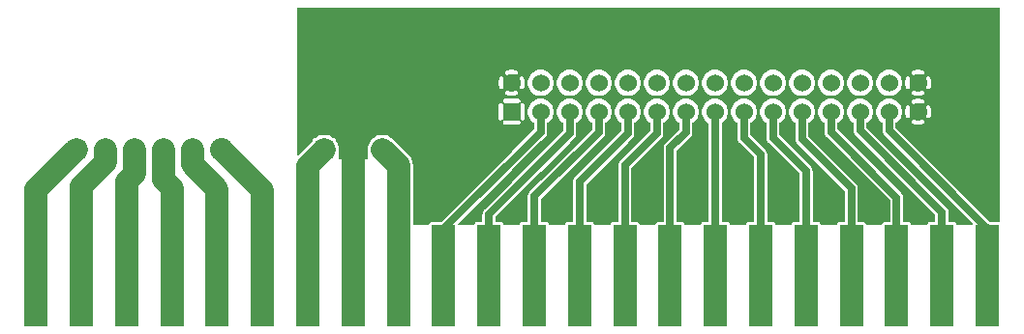
<source format=gbl>
G04 start of page 2 for group 8 layer_idx 1 *
G04 Title: (unknown), bottom_copper *
G04 Creator: pcb-rnd 2.3.0 *
G04 CreationDate: 2021-05-04 01:15:45 UTC *
G04 For:  *
G04 Format: Gerber/RS-274X *
G04 PCB-Dimensions: 600000 500000 *
G04 PCB-Coordinate-Origin: lower left *
%MOIN*%
%FSLAX25Y25*%
%LNBOTTOM_COPPER_NONE_8*%
%ADD24C,0.0380*%
%ADD23C,0.0420*%
%ADD22C,0.0600*%
%ADD21C,0.0700*%
%ADD20C,0.0250*%
%ADD19C,0.0800*%
%ADD18C,0.0001*%
G54D18*G36*
X241500Y206500D02*Y192500D01*
X231500D01*
Y206500D01*
X241500D01*
G37*
G36*
X436950Y173368D02*Y171000D01*
X435239D01*
X435200Y171003D01*
X435043Y170991D01*
X434890Y170954D01*
X434745Y170894D01*
X434610Y170812D01*
X434491Y170709D01*
X434388Y170590D01*
X434306Y170455D01*
X434246Y170310D01*
X434209Y170157D01*
X434197Y170000D01*
X431002D01*
Y179316D01*
X436950Y173368D01*
G37*
G36*
X449893Y170425D02*X449846Y170310D01*
X449809Y170157D01*
X449797Y170000D01*
X444203D01*
X444191Y170157D01*
X444191Y170157D01*
X444154Y170310D01*
X444094Y170455D01*
X444012Y170590D01*
X443909Y170709D01*
X443790Y170812D01*
X443655Y170894D01*
X443510Y170954D01*
X443357Y170991D01*
X443200Y171003D01*
X443161Y171000D01*
X441450D01*
Y174212D01*
X441457Y174300D01*
X441429Y174653D01*
X441346Y174997D01*
X441307Y175093D01*
X441211Y175325D01*
X441096Y175512D01*
X441026Y175627D01*
X441026Y175627D01*
X440796Y175896D01*
X440729Y175953D01*
X431002Y185680D01*
Y189316D01*
X449893Y170425D01*
G37*
G36*
X459000Y245000D02*Y170980D01*
X458957Y170991D01*
X458800Y171003D01*
X458761Y171000D01*
X455682D01*
X434613Y192069D01*
Y206853D01*
X434656Y206860D01*
X434768Y206897D01*
X434873Y206952D01*
X434968Y207022D01*
X435051Y207106D01*
X435119Y207202D01*
X435170Y207308D01*
X435318Y207716D01*
X435422Y208137D01*
X435484Y208567D01*
X435505Y209000D01*
X435484Y209433D01*
X435422Y209863D01*
X435318Y210284D01*
X435175Y210694D01*
X435122Y210800D01*
X435053Y210896D01*
X434970Y210981D01*
X434875Y211051D01*
X434769Y211106D01*
X434657Y211143D01*
X434613Y211151D01*
Y216853D01*
X434656Y216860D01*
X434768Y216897D01*
X434873Y216952D01*
X434968Y217022D01*
X435051Y217106D01*
X435119Y217202D01*
X435170Y217308D01*
X435318Y217716D01*
X435422Y218137D01*
X435484Y218567D01*
X435505Y219000D01*
X435484Y219433D01*
X435422Y219863D01*
X435318Y220284D01*
X435175Y220694D01*
X435122Y220800D01*
X435053Y220896D01*
X434970Y220981D01*
X434875Y221051D01*
X434769Y221106D01*
X434657Y221143D01*
X434613Y221151D01*
Y245000D01*
X459000D01*
G37*
G36*
X434613D02*Y221151D01*
X434540Y221163D01*
X434421Y221164D01*
X434304Y221146D01*
X434191Y221110D01*
X434085Y221057D01*
X433988Y220988D01*
X433904Y220905D01*
X433833Y220809D01*
X433779Y220704D01*
X433741Y220592D01*
X433722Y220475D01*
X433721Y220356D01*
X433739Y220239D01*
X433777Y220126D01*
X433876Y219855D01*
X433944Y219575D01*
X433986Y219289D01*
X434000Y219000D01*
X433986Y218711D01*
X433944Y218425D01*
X433876Y218145D01*
X433780Y217872D01*
X433742Y217761D01*
X433725Y217644D01*
X433725Y217526D01*
X433745Y217409D01*
X433782Y217297D01*
X433836Y217193D01*
X433906Y217098D01*
X433991Y217015D01*
X434087Y216946D01*
X434192Y216893D01*
X434305Y216857D01*
X434421Y216840D01*
X434539Y216841D01*
X434613Y216853D01*
Y211151D01*
X434540Y211163D01*
X434421Y211164D01*
X434304Y211146D01*
X434191Y211110D01*
X434085Y211057D01*
X433988Y210988D01*
X433904Y210905D01*
X433833Y210809D01*
X433779Y210704D01*
X433741Y210592D01*
X433722Y210475D01*
X433721Y210356D01*
X433739Y210239D01*
X433777Y210126D01*
X433876Y209855D01*
X433944Y209575D01*
X433986Y209289D01*
X434000Y209000D01*
X433986Y208711D01*
X433944Y208425D01*
X433876Y208145D01*
X433780Y207872D01*
X433742Y207761D01*
X433725Y207644D01*
X433725Y207526D01*
X433745Y207409D01*
X433782Y207297D01*
X433836Y207193D01*
X433906Y207098D01*
X433991Y207015D01*
X434087Y206946D01*
X434192Y206893D01*
X434305Y206857D01*
X434421Y206840D01*
X434539Y206841D01*
X434613Y206853D01*
Y192069D01*
X431002Y195680D01*
Y204495D01*
X431433Y204516D01*
X431863Y204578D01*
X432284Y204682D01*
X432694Y204825D01*
X432800Y204878D01*
X432896Y204947D01*
X432981Y205030D01*
X433051Y205125D01*
X433106Y205231D01*
X433143Y205343D01*
X433163Y205460D01*
X433164Y205579D01*
X433146Y205696D01*
X433110Y205809D01*
X433057Y205915D01*
X432988Y206012D01*
X432905Y206096D01*
X432809Y206167D01*
X432704Y206221D01*
X432592Y206259D01*
X432475Y206278D01*
X432356Y206279D01*
X432239Y206261D01*
X432126Y206223D01*
X431855Y206124D01*
X431575Y206056D01*
X431289Y206014D01*
X431002Y206000D01*
Y212000D01*
X431289Y211986D01*
X431575Y211944D01*
X431855Y211876D01*
X432128Y211780D01*
X432239Y211742D01*
X432356Y211725D01*
X432474Y211725D01*
X432591Y211745D01*
X432703Y211782D01*
X432807Y211836D01*
X432902Y211906D01*
X432985Y211991D01*
X433054Y212087D01*
X433107Y212192D01*
X433143Y212305D01*
X433160Y212421D01*
X433159Y212539D01*
X433140Y212656D01*
X433103Y212768D01*
X433048Y212873D01*
X432978Y212968D01*
X432894Y213051D01*
X432798Y213119D01*
X432692Y213170D01*
X432284Y213318D01*
X431863Y213422D01*
X431433Y213484D01*
X431002Y213505D01*
Y214495D01*
X431433Y214516D01*
X431863Y214578D01*
X432284Y214682D01*
X432694Y214825D01*
X432800Y214878D01*
X432896Y214947D01*
X432981Y215030D01*
X433051Y215125D01*
X433106Y215231D01*
X433143Y215343D01*
X433163Y215460D01*
X433164Y215579D01*
X433146Y215696D01*
X433110Y215809D01*
X433057Y215915D01*
X432988Y216012D01*
X432905Y216096D01*
X432809Y216167D01*
X432704Y216221D01*
X432592Y216259D01*
X432475Y216278D01*
X432356Y216279D01*
X432239Y216261D01*
X432126Y216223D01*
X431855Y216124D01*
X431575Y216056D01*
X431289Y216014D01*
X431002Y216000D01*
Y222000D01*
X431289Y221986D01*
X431575Y221944D01*
X431855Y221876D01*
X432128Y221780D01*
X432239Y221742D01*
X432356Y221725D01*
X432474Y221725D01*
X432591Y221745D01*
X432703Y221782D01*
X432807Y221836D01*
X432902Y221906D01*
X432985Y221991D01*
X433054Y222087D01*
X433107Y222192D01*
X433143Y222305D01*
X433160Y222421D01*
X433159Y222539D01*
X433140Y222656D01*
X433103Y222768D01*
X433048Y222873D01*
X432978Y222968D01*
X432894Y223051D01*
X432798Y223119D01*
X432692Y223170D01*
X432284Y223318D01*
X431863Y223422D01*
X431433Y223484D01*
X431002Y223505D01*
Y245000D01*
X434613D01*
G37*
G36*
X431002Y179316D02*Y170000D01*
X428603D01*
X428591Y170157D01*
X428591Y170157D01*
X428554Y170310D01*
X428494Y170455D01*
X428412Y170590D01*
X428309Y170709D01*
X428190Y170812D01*
X428055Y170894D01*
X427910Y170954D01*
X427757Y170991D01*
X427600Y171003D01*
X427561Y171000D01*
X427387D01*
Y182931D01*
X431002Y179316D01*
G37*
G36*
Y189316D02*Y185680D01*
X427387Y189295D01*
Y192931D01*
X431002Y189316D01*
G37*
G36*
Y245000D02*Y223505D01*
X431000Y223505D01*
X430567Y223484D01*
X430137Y223422D01*
X429716Y223318D01*
X429306Y223175D01*
X429200Y223122D01*
X429104Y223053D01*
X429019Y222970D01*
X428949Y222875D01*
X428894Y222769D01*
X428857Y222657D01*
X428837Y222540D01*
X428836Y222421D01*
X428854Y222304D01*
X428890Y222191D01*
X428943Y222085D01*
X429012Y221988D01*
X429095Y221904D01*
X429191Y221833D01*
X429296Y221779D01*
X429408Y221741D01*
X429525Y221722D01*
X429644Y221721D01*
X429761Y221739D01*
X429874Y221777D01*
X430145Y221876D01*
X430425Y221944D01*
X430711Y221986D01*
X431000Y222000D01*
X431002Y222000D01*
Y216000D01*
X431000Y216000D01*
X430711Y216014D01*
X430425Y216056D01*
X430145Y216124D01*
X429872Y216220D01*
X429761Y216258D01*
X429644Y216275D01*
X429526Y216275D01*
X429409Y216255D01*
X429297Y216218D01*
X429193Y216164D01*
X429098Y216094D01*
X429015Y216009D01*
X428946Y215913D01*
X428893Y215808D01*
X428857Y215695D01*
X428840Y215579D01*
X428841Y215461D01*
X428860Y215344D01*
X428897Y215232D01*
X428952Y215127D01*
X429022Y215032D01*
X429106Y214949D01*
X429202Y214881D01*
X429308Y214830D01*
X429716Y214682D01*
X430137Y214578D01*
X430567Y214516D01*
X431000Y214495D01*
X431002Y214495D01*
Y213505D01*
X431000Y213505D01*
X430567Y213484D01*
X430137Y213422D01*
X429716Y213318D01*
X429306Y213175D01*
X429200Y213122D01*
X429104Y213053D01*
X429019Y212970D01*
X428949Y212875D01*
X428894Y212769D01*
X428857Y212657D01*
X428837Y212540D01*
X428836Y212421D01*
X428854Y212304D01*
X428890Y212191D01*
X428943Y212085D01*
X429012Y211988D01*
X429095Y211904D01*
X429191Y211833D01*
X429296Y211779D01*
X429408Y211741D01*
X429525Y211722D01*
X429644Y211721D01*
X429761Y211739D01*
X429874Y211777D01*
X430145Y211876D01*
X430425Y211944D01*
X430711Y211986D01*
X431000Y212000D01*
X431002Y212000D01*
Y206000D01*
X431000Y206000D01*
X430711Y206014D01*
X430425Y206056D01*
X430145Y206124D01*
X429872Y206220D01*
X429761Y206258D01*
X429644Y206275D01*
X429526Y206275D01*
X429409Y206255D01*
X429297Y206218D01*
X429193Y206164D01*
X429098Y206094D01*
X429015Y206009D01*
X428946Y205913D01*
X428893Y205808D01*
X428857Y205695D01*
X428840Y205579D01*
X428841Y205461D01*
X428860Y205344D01*
X428897Y205232D01*
X428952Y205127D01*
X429022Y205032D01*
X429106Y204949D01*
X429202Y204881D01*
X429308Y204830D01*
X429716Y204682D01*
X430137Y204578D01*
X430567Y204516D01*
X431000Y204495D01*
X431002Y204495D01*
Y195680D01*
X427387Y199295D01*
Y206849D01*
X427460Y206837D01*
X427579Y206836D01*
X427696Y206854D01*
X427809Y206890D01*
X427915Y206943D01*
X428012Y207012D01*
X428096Y207095D01*
X428167Y207191D01*
X428221Y207296D01*
X428259Y207408D01*
X428278Y207525D01*
X428279Y207644D01*
X428261Y207761D01*
X428223Y207874D01*
X428124Y208145D01*
X428056Y208425D01*
X428014Y208711D01*
X428000Y209000D01*
X428014Y209289D01*
X428056Y209575D01*
X428124Y209855D01*
X428220Y210128D01*
X428258Y210239D01*
X428275Y210356D01*
X428275Y210474D01*
X428255Y210591D01*
X428218Y210703D01*
X428164Y210807D01*
X428094Y210902D01*
X428009Y210985D01*
X427913Y211054D01*
X427808Y211107D01*
X427695Y211143D01*
X427579Y211160D01*
X427461Y211159D01*
X427387Y211147D01*
Y216849D01*
X427460Y216837D01*
X427579Y216836D01*
X427696Y216854D01*
X427809Y216890D01*
X427915Y216943D01*
X428012Y217012D01*
X428096Y217095D01*
X428167Y217191D01*
X428221Y217296D01*
X428259Y217408D01*
X428278Y217525D01*
X428279Y217644D01*
X428261Y217761D01*
X428223Y217874D01*
X428124Y218145D01*
X428056Y218425D01*
X428014Y218711D01*
X428000Y219000D01*
X428014Y219289D01*
X428056Y219575D01*
X428124Y219855D01*
X428220Y220128D01*
X428258Y220239D01*
X428275Y220356D01*
X428275Y220474D01*
X428255Y220591D01*
X428218Y220703D01*
X428164Y220807D01*
X428094Y220902D01*
X428009Y220985D01*
X427913Y221054D01*
X427808Y221107D01*
X427695Y221143D01*
X427579Y221160D01*
X427461Y221159D01*
X427387Y221147D01*
Y245000D01*
X431002D01*
G37*
G36*
X374550Y193268D02*Y171000D01*
X372839D01*
X372800Y171003D01*
X372643Y170991D01*
X372490Y170954D01*
X372345Y170894D01*
X372210Y170812D01*
X372091Y170709D01*
X371988Y170590D01*
X371906Y170455D01*
X371846Y170310D01*
X371809Y170157D01*
X371797Y170000D01*
X370993D01*
Y196825D01*
X374550Y193268D01*
G37*
G36*
X390150Y187668D02*Y171000D01*
X388439D01*
X388400Y171003D01*
X388243Y170991D01*
X388090Y170954D01*
X387945Y170894D01*
X387810Y170812D01*
X387691Y170709D01*
X387588Y170590D01*
X387506Y170455D01*
X387446Y170310D01*
X387409Y170157D01*
X387397Y170000D01*
X381803D01*
X381791Y170157D01*
X381791Y170157D01*
X381754Y170310D01*
X381694Y170455D01*
X381612Y170590D01*
X381509Y170709D01*
X381390Y170812D01*
X381255Y170894D01*
X381110Y170954D01*
X380993Y170982D01*
Y196825D01*
X390150Y187668D01*
G37*
G36*
X405750Y181568D02*Y171000D01*
X404039D01*
X404000Y171003D01*
X403843Y170991D01*
X403690Y170954D01*
X403545Y170894D01*
X403410Y170812D01*
X403291Y170709D01*
X403188Y170590D01*
X403106Y170455D01*
X403046Y170310D01*
X403009Y170157D01*
X402997Y170000D01*
X397403D01*
X397391Y170157D01*
X397391Y170157D01*
X397354Y170310D01*
X397294Y170455D01*
X397212Y170590D01*
X397109Y170709D01*
X396990Y170812D01*
X396855Y170894D01*
X396710Y170954D01*
X396557Y170991D01*
X396400Y171003D01*
X396361Y171000D01*
X394650D01*
Y188512D01*
X394657Y188600D01*
X394629Y188953D01*
X394629Y188953D01*
X394546Y189297D01*
X394411Y189625D01*
X394226Y189927D01*
X393996Y190196D01*
X393929Y190253D01*
X390993Y193189D01*
Y196325D01*
X405750Y181568D01*
G37*
G36*
X427387Y182931D02*Y171000D01*
X425850D01*
Y179312D01*
X425857Y179400D01*
X425829Y179753D01*
X425746Y180097D01*
X425707Y180193D01*
X425611Y180425D01*
X425496Y180612D01*
X425426Y180727D01*
X425426Y180727D01*
X425196Y180996D01*
X425129Y181053D01*
X410993Y195189D01*
Y199325D01*
X427387Y182931D01*
G37*
G36*
Y192931D02*Y189295D01*
X420993Y195689D01*
Y199325D01*
X427387Y192931D01*
G37*
G36*
Y245000D02*Y221147D01*
X427344Y221140D01*
X427232Y221103D01*
X427127Y221048D01*
X427032Y220978D01*
X426949Y220894D01*
X426881Y220798D01*
X426830Y220692D01*
X426682Y220284D01*
X426578Y219863D01*
X426516Y219433D01*
X426495Y219000D01*
X426516Y218567D01*
X426578Y218137D01*
X426682Y217716D01*
X426825Y217306D01*
X426878Y217200D01*
X426947Y217104D01*
X427030Y217019D01*
X427125Y216949D01*
X427231Y216894D01*
X427343Y216857D01*
X427387Y216849D01*
Y211147D01*
X427344Y211140D01*
X427232Y211103D01*
X427127Y211048D01*
X427032Y210978D01*
X426949Y210894D01*
X426881Y210798D01*
X426830Y210692D01*
X426682Y210284D01*
X426578Y209863D01*
X426516Y209433D01*
X426495Y209000D01*
X426516Y208567D01*
X426578Y208137D01*
X426682Y207716D01*
X426825Y207306D01*
X426878Y207200D01*
X426947Y207104D01*
X427030Y207019D01*
X427125Y206949D01*
X427231Y206894D01*
X427343Y206857D01*
X427387Y206849D01*
Y199295D01*
X423250Y203432D01*
Y205101D01*
X423653Y205348D01*
X424192Y205808D01*
X424652Y206347D01*
X425022Y206951D01*
X425293Y207605D01*
X425458Y208294D01*
X425500Y209000D01*
X425458Y209706D01*
X425293Y210395D01*
X425022Y211049D01*
X424652Y211653D01*
X424192Y212192D01*
X423653Y212652D01*
X423049Y213022D01*
X422395Y213293D01*
X421706Y213458D01*
X421000Y213514D01*
X420993Y213513D01*
Y214487D01*
X421000Y214486D01*
X421706Y214542D01*
X422395Y214707D01*
X423049Y214978D01*
X423653Y215348D01*
X424192Y215808D01*
X424652Y216347D01*
X425022Y216951D01*
X425293Y217605D01*
X425458Y218294D01*
X425500Y219000D01*
X425458Y219706D01*
X425293Y220395D01*
X425022Y221049D01*
X424652Y221653D01*
X424192Y222192D01*
X423653Y222652D01*
X423049Y223022D01*
X422395Y223293D01*
X421706Y223458D01*
X421000Y223514D01*
X420993Y223513D01*
Y245000D01*
X427387D01*
G37*
G36*
X420993D02*Y223513D01*
X420294Y223458D01*
X419605Y223293D01*
X418951Y223022D01*
X418347Y222652D01*
X417808Y222192D01*
X417348Y221653D01*
X416978Y221049D01*
X416707Y220395D01*
X416542Y219706D01*
X416486Y219000D01*
X416542Y218294D01*
X416707Y217605D01*
X416978Y216951D01*
X417348Y216347D01*
X417808Y215808D01*
X418347Y215348D01*
X418951Y214978D01*
X419605Y214707D01*
X420294Y214542D01*
X420993Y214487D01*
Y213513D01*
X420294Y213458D01*
X419605Y213293D01*
X418951Y213022D01*
X418347Y212652D01*
X417808Y212192D01*
X417348Y211653D01*
X416978Y211049D01*
X416707Y210395D01*
X416542Y209706D01*
X416486Y209000D01*
X416542Y208294D01*
X416707Y207605D01*
X416978Y206951D01*
X417348Y206347D01*
X417808Y205808D01*
X418347Y205348D01*
X418750Y205101D01*
Y202588D01*
X418743Y202500D01*
X418771Y202147D01*
X418854Y201803D01*
X418989Y201475D01*
X419174Y201173D01*
X419174Y201173D01*
X419404Y200904D01*
X419471Y200847D01*
X420993Y199325D01*
Y195689D01*
X413250Y203432D01*
Y205101D01*
X413653Y205348D01*
X414192Y205808D01*
X414652Y206347D01*
X415022Y206951D01*
X415293Y207605D01*
X415458Y208294D01*
X415500Y209000D01*
X415458Y209706D01*
X415293Y210395D01*
X415022Y211049D01*
X414652Y211653D01*
X414192Y212192D01*
X413653Y212652D01*
X413049Y213022D01*
X412395Y213293D01*
X411706Y213458D01*
X411000Y213514D01*
X410993Y213513D01*
Y214487D01*
X411000Y214486D01*
X411706Y214542D01*
X412395Y214707D01*
X413049Y214978D01*
X413653Y215348D01*
X414192Y215808D01*
X414652Y216347D01*
X415022Y216951D01*
X415293Y217605D01*
X415458Y218294D01*
X415500Y219000D01*
X415458Y219706D01*
X415293Y220395D01*
X415022Y221049D01*
X414652Y221653D01*
X414192Y222192D01*
X413653Y222652D01*
X413049Y223022D01*
X412395Y223293D01*
X411706Y223458D01*
X411000Y223514D01*
X410993Y223513D01*
Y245000D01*
X420993D01*
G37*
G36*
X410993D02*Y223513D01*
X410294Y223458D01*
X409605Y223293D01*
X408951Y223022D01*
X408347Y222652D01*
X407808Y222192D01*
X407348Y221653D01*
X406978Y221049D01*
X406707Y220395D01*
X406542Y219706D01*
X406486Y219000D01*
X406542Y218294D01*
X406707Y217605D01*
X406978Y216951D01*
X407348Y216347D01*
X407808Y215808D01*
X408347Y215348D01*
X408951Y214978D01*
X409605Y214707D01*
X410294Y214542D01*
X410993Y214487D01*
Y213513D01*
X410294Y213458D01*
X409605Y213293D01*
X408951Y213022D01*
X408347Y212652D01*
X407808Y212192D01*
X407348Y211653D01*
X406978Y211049D01*
X406707Y210395D01*
X406542Y209706D01*
X406486Y209000D01*
X406542Y208294D01*
X406707Y207605D01*
X406978Y206951D01*
X407348Y206347D01*
X407808Y205808D01*
X408347Y205348D01*
X408750Y205101D01*
Y202588D01*
X408743Y202500D01*
X408771Y202147D01*
X408854Y201803D01*
X408989Y201475D01*
X409174Y201173D01*
X409174Y201173D01*
X409404Y200904D01*
X409471Y200847D01*
X410993Y199325D01*
Y195189D01*
X403250Y202932D01*
Y205101D01*
X403653Y205348D01*
X404192Y205808D01*
X404652Y206347D01*
X405022Y206951D01*
X405293Y207605D01*
X405458Y208294D01*
X405500Y209000D01*
X405458Y209706D01*
X405293Y210395D01*
X405022Y211049D01*
X404652Y211653D01*
X404192Y212192D01*
X403653Y212652D01*
X403049Y213022D01*
X402395Y213293D01*
X401706Y213458D01*
X401000Y213514D01*
X400993Y213513D01*
Y214487D01*
X401000Y214486D01*
X401706Y214542D01*
X402395Y214707D01*
X403049Y214978D01*
X403653Y215348D01*
X404192Y215808D01*
X404652Y216347D01*
X405022Y216951D01*
X405293Y217605D01*
X405458Y218294D01*
X405500Y219000D01*
X405458Y219706D01*
X405293Y220395D01*
X405022Y221049D01*
X404652Y221653D01*
X404192Y222192D01*
X403653Y222652D01*
X403049Y223022D01*
X402395Y223293D01*
X401706Y223458D01*
X401000Y223514D01*
X400993Y223513D01*
Y245000D01*
X410993D01*
G37*
G36*
X421350Y178468D02*Y171000D01*
X419639D01*
X419600Y171003D01*
X419443Y170991D01*
X419290Y170954D01*
X419145Y170894D01*
X419010Y170812D01*
X418891Y170709D01*
X418788Y170590D01*
X418706Y170455D01*
X418646Y170310D01*
X418609Y170157D01*
X418597Y170000D01*
X413003D01*
X412991Y170157D01*
X412991Y170157D01*
X412954Y170310D01*
X412894Y170455D01*
X412812Y170590D01*
X412709Y170709D01*
X412590Y170812D01*
X412455Y170894D01*
X412310Y170954D01*
X412157Y170991D01*
X412000Y171003D01*
X411961Y171000D01*
X410250D01*
Y182412D01*
X410257Y182500D01*
X410229Y182853D01*
X410146Y183197D01*
X410107Y183293D01*
X410011Y183525D01*
X409896Y183712D01*
X409826Y183827D01*
X409826Y183827D01*
X409596Y184096D01*
X409529Y184153D01*
X400993Y192689D01*
Y198825D01*
X421350Y178468D01*
G37*
G36*
X398771Y201647D02*X398854Y201303D01*
X398989Y200975D01*
X399059Y200861D01*
X399174Y200673D01*
X399174Y200673D01*
X399404Y200404D01*
X399471Y200347D01*
X400993Y198825D01*
Y192689D01*
X393250Y200432D01*
Y205101D01*
X393653Y205348D01*
X394192Y205808D01*
X394652Y206347D01*
X395022Y206951D01*
X395293Y207605D01*
X395458Y208294D01*
X395500Y209000D01*
X395458Y209706D01*
X395293Y210395D01*
X395022Y211049D01*
X394652Y211653D01*
X394192Y212192D01*
X393653Y212652D01*
X393049Y213022D01*
X392395Y213293D01*
X391706Y213458D01*
X391000Y213514D01*
X390993Y213513D01*
Y214487D01*
X391000Y214486D01*
X391706Y214542D01*
X392395Y214707D01*
X393049Y214978D01*
X393653Y215348D01*
X394192Y215808D01*
X394652Y216347D01*
X395022Y216951D01*
X395293Y217605D01*
X395458Y218294D01*
X395500Y219000D01*
X395458Y219706D01*
X395293Y220395D01*
X395022Y221049D01*
X394652Y221653D01*
X394192Y222192D01*
X393653Y222652D01*
X393049Y223022D01*
X392395Y223293D01*
X391706Y223458D01*
X391000Y223514D01*
X390993Y223513D01*
Y245000D01*
X400993D01*
Y223513D01*
X400294Y223458D01*
X399605Y223293D01*
X398951Y223022D01*
X398347Y222652D01*
X397808Y222192D01*
X397348Y221653D01*
X396978Y221049D01*
X396707Y220395D01*
X396542Y219706D01*
X396486Y219000D01*
X396542Y218294D01*
X396707Y217605D01*
X396978Y216951D01*
X397348Y216347D01*
X397808Y215808D01*
X398347Y215348D01*
X398951Y214978D01*
X399605Y214707D01*
X400294Y214542D01*
X400993Y214487D01*
Y213513D01*
X400294Y213458D01*
X399605Y213293D01*
X398951Y213022D01*
X398347Y212652D01*
X397808Y212192D01*
X397348Y211653D01*
X396978Y211049D01*
X396707Y210395D01*
X396542Y209706D01*
X396486Y209000D01*
X396542Y208294D01*
X396707Y207605D01*
X396978Y206951D01*
X397348Y206347D01*
X397808Y205808D01*
X398347Y205348D01*
X398750Y205101D01*
Y202088D01*
X398743Y202000D01*
X398771Y201647D01*
Y201647D01*
G37*
G36*
X390294Y213458D02*X389605Y213293D01*
X388951Y213022D01*
X388347Y212652D01*
X387808Y212192D01*
X387348Y211653D01*
X386978Y211049D01*
X386707Y210395D01*
X386542Y209706D01*
X386486Y209000D01*
X386542Y208294D01*
X386707Y207605D01*
X386978Y206951D01*
X387348Y206347D01*
X387808Y205808D01*
X388347Y205348D01*
X388750Y205101D01*
Y199588D01*
X388743Y199500D01*
X388771Y199147D01*
Y199147D01*
X388854Y198803D01*
X388989Y198475D01*
X389059Y198361D01*
X389174Y198173D01*
X389174Y198173D01*
X389404Y197904D01*
X389471Y197847D01*
X390993Y196325D01*
Y193189D01*
X383250Y200932D01*
Y205101D01*
X383653Y205348D01*
X384192Y205808D01*
X384652Y206347D01*
X385022Y206951D01*
X385293Y207605D01*
X385458Y208294D01*
X385500Y209000D01*
X385458Y209706D01*
X385293Y210395D01*
X385022Y211049D01*
X384652Y211653D01*
X384192Y212192D01*
X383653Y212652D01*
X383049Y213022D01*
X382395Y213293D01*
X381706Y213458D01*
X381000Y213514D01*
X380993Y213513D01*
Y214487D01*
X381000Y214486D01*
X381706Y214542D01*
X382395Y214707D01*
X383049Y214978D01*
X383653Y215348D01*
X384192Y215808D01*
X384652Y216347D01*
X385022Y216951D01*
X385293Y217605D01*
X385458Y218294D01*
X385500Y219000D01*
X385458Y219706D01*
X385293Y220395D01*
X385022Y221049D01*
X384652Y221653D01*
X384192Y222192D01*
X383653Y222652D01*
X383049Y223022D01*
X382395Y223293D01*
X381706Y223458D01*
X381000Y223514D01*
X380993Y223513D01*
Y245000D01*
X390993D01*
Y223513D01*
X390294Y223458D01*
X389605Y223293D01*
X388951Y223022D01*
X388347Y222652D01*
X387808Y222192D01*
X387348Y221653D01*
X386978Y221049D01*
X386707Y220395D01*
X386542Y219706D01*
X386486Y219000D01*
X386542Y218294D01*
X386707Y217605D01*
X386978Y216951D01*
X387348Y216347D01*
X387808Y215808D01*
X388347Y215348D01*
X388951Y214978D01*
X389605Y214707D01*
X390294Y214542D01*
X390993Y214487D01*
Y213513D01*
X390294Y213458D01*
G37*
G36*
X380294D02*X379605Y213293D01*
X378951Y213022D01*
X378347Y212652D01*
X377808Y212192D01*
X377348Y211653D01*
X376978Y211049D01*
X376707Y210395D01*
X376542Y209706D01*
X376486Y209000D01*
X376542Y208294D01*
X376707Y207605D01*
X376978Y206951D01*
X377348Y206347D01*
X377808Y205808D01*
X378347Y205348D01*
X378750Y205101D01*
Y200088D01*
X378743Y200000D01*
X378771Y199647D01*
X378854Y199303D01*
X378989Y198975D01*
X379174Y198673D01*
X379174Y198673D01*
X379404Y198404D01*
X379471Y198347D01*
X380993Y196825D01*
Y170982D01*
X380957Y170991D01*
X380800Y171003D01*
X380761Y171000D01*
X379050D01*
Y194112D01*
X379057Y194200D01*
X379029Y194553D01*
X379029Y194553D01*
X378946Y194897D01*
X378811Y195225D01*
X378626Y195527D01*
X378396Y195796D01*
X378329Y195853D01*
X373250Y200932D01*
Y205101D01*
X373653Y205348D01*
X374192Y205808D01*
X374652Y206347D01*
X375022Y206951D01*
X375293Y207605D01*
X375458Y208294D01*
X375500Y209000D01*
X375458Y209706D01*
X375293Y210395D01*
X375022Y211049D01*
X374652Y211653D01*
X374192Y212192D01*
X373653Y212652D01*
X373049Y213022D01*
X372395Y213293D01*
X371706Y213458D01*
X371000Y213514D01*
X370993Y213513D01*
Y214487D01*
X371000Y214486D01*
X371706Y214542D01*
X372395Y214707D01*
X373049Y214978D01*
X373653Y215348D01*
X374192Y215808D01*
X374652Y216347D01*
X375022Y216951D01*
X375293Y217605D01*
X375458Y218294D01*
X375500Y219000D01*
X375458Y219706D01*
X375293Y220395D01*
X375022Y221049D01*
X374652Y221653D01*
X374192Y222192D01*
X373653Y222652D01*
X373049Y223022D01*
X372395Y223293D01*
X371706Y223458D01*
X371000Y223514D01*
X370993Y223513D01*
Y245000D01*
X380993D01*
Y223513D01*
X380294Y223458D01*
X379605Y223293D01*
X378951Y223022D01*
X378347Y222652D01*
X377808Y222192D01*
X377348Y221653D01*
X376978Y221049D01*
X376707Y220395D01*
X376542Y219706D01*
X376486Y219000D01*
X376542Y218294D01*
X376707Y217605D01*
X376978Y216951D01*
X377348Y216347D01*
X377808Y215808D01*
X378347Y215348D01*
X378951Y214978D01*
X379605Y214707D01*
X380294Y214542D01*
X380993Y214487D01*
Y213513D01*
X380294Y213458D01*
G37*
G36*
X370294D02*X369605Y213293D01*
X368951Y213022D01*
X368347Y212652D01*
X367808Y212192D01*
X367348Y211653D01*
X366978Y211049D01*
X366707Y210395D01*
X366542Y209706D01*
X366486Y209000D01*
X366542Y208294D01*
X366707Y207605D01*
X366978Y206951D01*
X367348Y206347D01*
X367808Y205808D01*
X368347Y205348D01*
X368750Y205101D01*
Y200088D01*
X368743Y200000D01*
X368771Y199647D01*
X368854Y199303D01*
X368989Y198975D01*
X369174Y198673D01*
X369174Y198673D01*
X369404Y198404D01*
X369471Y198347D01*
X370993Y196825D01*
Y170000D01*
X366203D01*
X366191Y170157D01*
X366191Y170157D01*
X366154Y170310D01*
X366094Y170455D01*
X366012Y170590D01*
X365909Y170709D01*
X365790Y170812D01*
X365655Y170894D01*
X365510Y170954D01*
X365357Y170991D01*
X365200Y171003D01*
X365161Y171000D01*
X363450D01*
Y205224D01*
X363653Y205348D01*
X364192Y205808D01*
X364652Y206347D01*
X365022Y206951D01*
X365293Y207605D01*
X365458Y208294D01*
X365500Y209000D01*
X365458Y209706D01*
X365293Y210395D01*
X365022Y211049D01*
X364652Y211653D01*
X364192Y212192D01*
X363653Y212652D01*
X363049Y213022D01*
X362395Y213293D01*
X361706Y213458D01*
X361000Y213514D01*
X360993Y213513D01*
Y214487D01*
X361000Y214486D01*
X361706Y214542D01*
X362395Y214707D01*
X363049Y214978D01*
X363653Y215348D01*
X364192Y215808D01*
X364652Y216347D01*
X365022Y216951D01*
X365293Y217605D01*
X365458Y218294D01*
X365500Y219000D01*
X365458Y219706D01*
X365293Y220395D01*
X365022Y221049D01*
X364652Y221653D01*
X364192Y222192D01*
X363653Y222652D01*
X363049Y223022D01*
X362395Y223293D01*
X361706Y223458D01*
X361000Y223514D01*
X360993Y223513D01*
Y245000D01*
X370993D01*
Y223513D01*
X370294Y223458D01*
X369605Y223293D01*
X368951Y223022D01*
X368347Y222652D01*
X367808Y222192D01*
X367348Y221653D01*
X366978Y221049D01*
X366707Y220395D01*
X366542Y219706D01*
X366486Y219000D01*
X366542Y218294D01*
X366707Y217605D01*
X366978Y216951D01*
X367348Y216347D01*
X367808Y215808D01*
X368347Y215348D01*
X368951Y214978D01*
X369605Y214707D01*
X370294Y214542D01*
X370993Y214487D01*
Y213513D01*
X370294Y213458D01*
G37*
G36*
X360294D02*X359605Y213293D01*
X358951Y213022D01*
X358347Y212652D01*
X357808Y212192D01*
X357348Y211653D01*
X356978Y211049D01*
X356707Y210395D01*
X356542Y209706D01*
X356486Y209000D01*
X356542Y208294D01*
X356707Y207605D01*
X356978Y206951D01*
X357348Y206347D01*
X357808Y205808D01*
X358347Y205348D01*
X358950Y204979D01*
Y171000D01*
X357239D01*
X357200Y171003D01*
X357043Y170991D01*
X356890Y170954D01*
X356745Y170894D01*
X356610Y170812D01*
X356491Y170709D01*
X356388Y170590D01*
X356306Y170455D01*
X356246Y170310D01*
X356209Y170157D01*
X356197Y170000D01*
X350993D01*
Y198811D01*
X352529Y200347D01*
X352596Y200404D01*
X352826Y200673D01*
X352826Y200673D01*
X353011Y200975D01*
X353146Y201303D01*
X353229Y201647D01*
X353257Y202000D01*
X353250Y202088D01*
Y205101D01*
X353653Y205348D01*
X354192Y205808D01*
X354652Y206347D01*
X355022Y206951D01*
X355293Y207605D01*
X355458Y208294D01*
X355500Y209000D01*
X355458Y209706D01*
X355293Y210395D01*
X355022Y211049D01*
X354652Y211653D01*
X354192Y212192D01*
X353653Y212652D01*
X353049Y213022D01*
X352395Y213293D01*
X351706Y213458D01*
X351000Y213514D01*
X350993Y213513D01*
Y214487D01*
X351000Y214486D01*
X351706Y214542D01*
X352395Y214707D01*
X353049Y214978D01*
X353653Y215348D01*
X354192Y215808D01*
X354652Y216347D01*
X355022Y216951D01*
X355293Y217605D01*
X355458Y218294D01*
X355500Y219000D01*
X355458Y219706D01*
X355293Y220395D01*
X355022Y221049D01*
X354652Y221653D01*
X354192Y222192D01*
X353653Y222652D01*
X353049Y223022D01*
X352395Y223293D01*
X351706Y223458D01*
X351000Y223514D01*
X350993Y223513D01*
Y245000D01*
X360993D01*
Y223513D01*
X360294Y223458D01*
X359605Y223293D01*
X358951Y223022D01*
X358347Y222652D01*
X357808Y222192D01*
X357348Y221653D01*
X356978Y221049D01*
X356707Y220395D01*
X356542Y219706D01*
X356486Y219000D01*
X356542Y218294D01*
X356707Y217605D01*
X356978Y216951D01*
X357348Y216347D01*
X357808Y215808D01*
X358347Y215348D01*
X358951Y214978D01*
X359605Y214707D01*
X360294Y214542D01*
X360993Y214487D01*
Y213513D01*
X360294Y213458D01*
G37*
G36*
X350294D02*X349605Y213293D01*
X348951Y213022D01*
X348347Y212652D01*
X347808Y212192D01*
X347348Y211653D01*
X346978Y211049D01*
X346707Y210395D01*
X346542Y209706D01*
X346486Y209000D01*
X346542Y208294D01*
X346707Y207605D01*
X346978Y206951D01*
X347348Y206347D01*
X347808Y205808D01*
X348347Y205348D01*
X348750Y205101D01*
Y202932D01*
X344071Y198253D01*
X344004Y198196D01*
X343774Y197927D01*
X343589Y197625D01*
X343454Y197297D01*
X343371Y196953D01*
X343371Y196953D01*
X343343Y196600D01*
X343350Y196512D01*
Y171000D01*
X341639D01*
X341600Y171003D01*
X341443Y170991D01*
X341290Y170954D01*
X341145Y170894D01*
X341010Y170812D01*
X340993Y170797D01*
Y198311D01*
X342529Y199847D01*
X342596Y199904D01*
X342826Y200173D01*
X342826Y200173D01*
X343011Y200475D01*
X343146Y200803D01*
X343229Y201147D01*
X343257Y201500D01*
X343250Y201588D01*
Y205101D01*
X343653Y205348D01*
X344192Y205808D01*
X344652Y206347D01*
X345022Y206951D01*
X345293Y207605D01*
X345458Y208294D01*
X345500Y209000D01*
X345458Y209706D01*
X345293Y210395D01*
X345022Y211049D01*
X344652Y211653D01*
X344192Y212192D01*
X343653Y212652D01*
X343049Y213022D01*
X342395Y213293D01*
X341706Y213458D01*
X341000Y213514D01*
X340993Y213513D01*
Y214487D01*
X341000Y214486D01*
X341706Y214542D01*
X342395Y214707D01*
X343049Y214978D01*
X343653Y215348D01*
X344192Y215808D01*
X344652Y216347D01*
X345022Y216951D01*
X345293Y217605D01*
X345458Y218294D01*
X345500Y219000D01*
X345458Y219706D01*
X345293Y220395D01*
X345022Y221049D01*
X344652Y221653D01*
X344192Y222192D01*
X343653Y222652D01*
X343049Y223022D01*
X342395Y223293D01*
X341706Y223458D01*
X341000Y223514D01*
X340993Y223513D01*
Y245000D01*
X350993D01*
Y223513D01*
X350294Y223458D01*
X349605Y223293D01*
X348951Y223022D01*
X348347Y222652D01*
X347808Y222192D01*
X347348Y221653D01*
X346978Y221049D01*
X346707Y220395D01*
X346542Y219706D01*
X346486Y219000D01*
X346542Y218294D01*
X346707Y217605D01*
X346978Y216951D01*
X347348Y216347D01*
X347808Y215808D01*
X348347Y215348D01*
X348951Y214978D01*
X349605Y214707D01*
X350294Y214542D01*
X350993Y214487D01*
Y213513D01*
X350294Y213458D01*
G37*
G36*
X350603Y170000D02*X350591Y170157D01*
X350591Y170157D01*
X350554Y170310D01*
X350494Y170455D01*
X350412Y170590D01*
X350309Y170709D01*
X350190Y170812D01*
X350055Y170894D01*
X349910Y170954D01*
X349757Y170991D01*
X349600Y171003D01*
X349561Y171000D01*
X347850D01*
Y195668D01*
X350993Y198811D01*
Y170000D01*
X350603D01*
G37*
G36*
X340294Y213458D02*X339605Y213293D01*
X338951Y213022D01*
X338347Y212652D01*
X337808Y212192D01*
X337348Y211653D01*
X336978Y211049D01*
X336707Y210395D01*
X336542Y209706D01*
X336486Y209000D01*
X336542Y208294D01*
X336707Y207605D01*
X336978Y206951D01*
X337348Y206347D01*
X337808Y205808D01*
X338347Y205348D01*
X338750Y205101D01*
Y202432D01*
X330993Y194675D01*
Y198311D01*
X332529Y199847D01*
X332596Y199904D01*
X332826Y200173D01*
X332826Y200173D01*
X333011Y200475D01*
X333146Y200803D01*
X333229Y201147D01*
X333257Y201500D01*
X333250Y201588D01*
Y205101D01*
X333653Y205348D01*
X334192Y205808D01*
X334652Y206347D01*
X335022Y206951D01*
X335293Y207605D01*
X335458Y208294D01*
X335500Y209000D01*
X335458Y209706D01*
X335293Y210395D01*
X335022Y211049D01*
X334652Y211653D01*
X334192Y212192D01*
X333653Y212652D01*
X333049Y213022D01*
X332395Y213293D01*
X331706Y213458D01*
X331000Y213514D01*
X330993Y213513D01*
Y214487D01*
X331000Y214486D01*
X331706Y214542D01*
X332395Y214707D01*
X333049Y214978D01*
X333653Y215348D01*
X334192Y215808D01*
X334652Y216347D01*
X335022Y216951D01*
X335293Y217605D01*
X335458Y218294D01*
X335500Y219000D01*
X335458Y219706D01*
X335293Y220395D01*
X335022Y221049D01*
X334652Y221653D01*
X334192Y222192D01*
X333653Y222652D01*
X333049Y223022D01*
X332395Y223293D01*
X331706Y223458D01*
X331000Y223514D01*
X330993Y223513D01*
Y245000D01*
X340993D01*
Y223513D01*
X340294Y223458D01*
X339605Y223293D01*
X338951Y223022D01*
X338347Y222652D01*
X337808Y222192D01*
X337348Y221653D01*
X336978Y221049D01*
X336707Y220395D01*
X336542Y219706D01*
X336486Y219000D01*
X336542Y218294D01*
X336707Y217605D01*
X336978Y216951D01*
X337348Y216347D01*
X337808Y215808D01*
X338347Y215348D01*
X338951Y214978D01*
X339605Y214707D01*
X340294Y214542D01*
X340993Y214487D01*
Y213513D01*
X340294Y213458D01*
G37*
G36*
X340891Y170709D02*X340788Y170590D01*
X340706Y170455D01*
X340646Y170310D01*
X340609Y170157D01*
X340597Y170000D01*
X335003D01*
X334991Y170157D01*
X334991Y170157D01*
X334954Y170310D01*
X334894Y170455D01*
X334812Y170590D01*
X334709Y170709D01*
X334590Y170812D01*
X334455Y170894D01*
X334310Y170954D01*
X334157Y170991D01*
X334000Y171003D01*
X333961Y171000D01*
X332250D01*
Y189568D01*
X340993Y198311D01*
Y170797D01*
X340891Y170709D01*
G37*
G36*
X330294Y213458D02*X329605Y213293D01*
X328951Y213022D01*
X328347Y212652D01*
X327808Y212192D01*
X327348Y211653D01*
X326978Y211049D01*
X326707Y210395D01*
X326542Y209706D01*
X326486Y209000D01*
X326542Y208294D01*
X326707Y207605D01*
X326978Y206951D01*
X327348Y206347D01*
X327808Y205808D01*
X328347Y205348D01*
X328750Y205101D01*
Y202432D01*
X320993Y194675D01*
Y198811D01*
X322529Y200347D01*
X322596Y200404D01*
X322826Y200673D01*
X322826Y200673D01*
X323011Y200975D01*
X323146Y201303D01*
X323229Y201647D01*
X323257Y202000D01*
X323250Y202088D01*
Y205101D01*
X323653Y205348D01*
X324192Y205808D01*
X324652Y206347D01*
X325022Y206951D01*
X325293Y207605D01*
X325458Y208294D01*
X325500Y209000D01*
X325458Y209706D01*
X325293Y210395D01*
X325022Y211049D01*
X324652Y211653D01*
X324192Y212192D01*
X323653Y212652D01*
X323049Y213022D01*
X322395Y213293D01*
X321706Y213458D01*
X321000Y213514D01*
X320993Y213513D01*
Y214487D01*
X321000Y214486D01*
X321706Y214542D01*
X322395Y214707D01*
X323049Y214978D01*
X323653Y215348D01*
X324192Y215808D01*
X324652Y216347D01*
X325022Y216951D01*
X325293Y217605D01*
X325458Y218294D01*
X325500Y219000D01*
X325458Y219706D01*
X325293Y220395D01*
X325022Y221049D01*
X324652Y221653D01*
X324192Y222192D01*
X323653Y222652D01*
X323049Y223022D01*
X322395Y223293D01*
X321706Y223458D01*
X321000Y223514D01*
X320993Y223513D01*
Y245000D01*
X330993D01*
Y223513D01*
X330294Y223458D01*
X329605Y223293D01*
X328951Y223022D01*
X328347Y222652D01*
X327808Y222192D01*
X327348Y221653D01*
X326978Y221049D01*
X326707Y220395D01*
X326542Y219706D01*
X326486Y219000D01*
X326542Y218294D01*
X326707Y217605D01*
X326978Y216951D01*
X327348Y216347D01*
X327808Y215808D01*
X328347Y215348D01*
X328951Y214978D01*
X329605Y214707D01*
X330294Y214542D01*
X330993Y214487D01*
Y213513D01*
X330294Y213458D01*
G37*
G36*
X328471Y192153D02*X328404Y192096D01*
X328174Y191827D01*
X327989Y191525D01*
X327854Y191197D01*
X327771Y190853D01*
X327771Y190853D01*
X327743Y190500D01*
X327750Y190412D01*
Y171000D01*
X326039D01*
X326000Y171003D01*
X325843Y170991D01*
X325690Y170954D01*
X325545Y170894D01*
X325410Y170812D01*
X325291Y170709D01*
X325188Y170590D01*
X325106Y170455D01*
X325046Y170310D01*
X325009Y170157D01*
X324997Y170000D01*
X320993D01*
Y188311D01*
X330993Y198311D01*
Y194675D01*
X328471Y192153D01*
G37*
G36*
X320294Y213458D02*X319605Y213293D01*
X318951Y213022D01*
X318347Y212652D01*
X317808Y212192D01*
X317348Y211653D01*
X316978Y211049D01*
X316707Y210395D01*
X316542Y209706D01*
X316486Y209000D01*
X316542Y208294D01*
X316707Y207605D01*
X316978Y206951D01*
X317348Y206347D01*
X317808Y205808D01*
X318347Y205348D01*
X318750Y205101D01*
Y202932D01*
X310993Y195175D01*
Y198311D01*
X312529Y199847D01*
X312596Y199904D01*
X312826Y200173D01*
X312826Y200173D01*
X313011Y200475D01*
X313146Y200803D01*
X313229Y201147D01*
X313257Y201500D01*
X313250Y201588D01*
Y205101D01*
X313653Y205348D01*
X314192Y205808D01*
X314652Y206347D01*
X315022Y206951D01*
X315293Y207605D01*
X315458Y208294D01*
X315500Y209000D01*
X315458Y209706D01*
X315293Y210395D01*
X315022Y211049D01*
X314652Y211653D01*
X314192Y212192D01*
X313653Y212652D01*
X313049Y213022D01*
X312395Y213293D01*
X311706Y213458D01*
X311000Y213514D01*
X310993Y213513D01*
Y214487D01*
X311000Y214486D01*
X311706Y214542D01*
X312395Y214707D01*
X313049Y214978D01*
X313653Y215348D01*
X314192Y215808D01*
X314652Y216347D01*
X315022Y216951D01*
X315293Y217605D01*
X315458Y218294D01*
X315500Y219000D01*
X315458Y219706D01*
X315293Y220395D01*
X315022Y221049D01*
X314652Y221653D01*
X314192Y222192D01*
X313653Y222652D01*
X313049Y223022D01*
X312395Y223293D01*
X311706Y223458D01*
X311000Y223514D01*
X310993Y223513D01*
Y245000D01*
X320993D01*
Y223513D01*
X320294Y223458D01*
X319605Y223293D01*
X318951Y223022D01*
X318347Y222652D01*
X317808Y222192D01*
X317348Y221653D01*
X316978Y221049D01*
X316707Y220395D01*
X316542Y219706D01*
X316486Y219000D01*
X316542Y218294D01*
X316707Y217605D01*
X316978Y216951D01*
X317348Y216347D01*
X317808Y215808D01*
X318347Y215348D01*
X318951Y214978D01*
X319605Y214707D01*
X320294Y214542D01*
X320993Y214487D01*
Y213513D01*
X320294Y213458D01*
G37*
G36*
X312871Y186553D02*X312804Y186496D01*
X312574Y186227D01*
X312389Y185925D01*
X312254Y185597D01*
X312171Y185253D01*
X312171Y185253D01*
X312143Y184900D01*
X312150Y184812D01*
Y171000D01*
X310993D01*
Y188811D01*
X320993Y198811D01*
Y194675D01*
X312871Y186553D01*
G37*
G36*
X319403Y170000D02*X319391Y170157D01*
X319391Y170157D01*
X319354Y170310D01*
X319294Y170455D01*
X319212Y170590D01*
X319109Y170709D01*
X318990Y170812D01*
X318855Y170894D01*
X318710Y170954D01*
X318557Y170991D01*
X318400Y171003D01*
X318361Y171000D01*
X316650D01*
Y183968D01*
X320993Y188311D01*
Y170000D01*
X319403D01*
G37*
G36*
X310294Y213458D02*X309605Y213293D01*
X308951Y213022D01*
X308347Y212652D01*
X307808Y212192D01*
X307348Y211653D01*
X306978Y211049D01*
X306707Y210395D01*
X306542Y209706D01*
X306486Y209000D01*
X306542Y208294D01*
X306707Y207605D01*
X306978Y206951D01*
X307348Y206347D01*
X307808Y205808D01*
X308347Y205348D01*
X308750Y205101D01*
Y202432D01*
X300993Y194675D01*
Y198811D01*
X302529Y200347D01*
X302596Y200404D01*
X302826Y200673D01*
X302826Y200673D01*
X303011Y200975D01*
X303146Y201303D01*
X303229Y201647D01*
X303257Y202000D01*
X303250Y202088D01*
Y205101D01*
X303653Y205348D01*
X304192Y205808D01*
X304652Y206347D01*
X305022Y206951D01*
X305293Y207605D01*
X305458Y208294D01*
X305500Y209000D01*
X305458Y209706D01*
X305293Y210395D01*
X305022Y211049D01*
X304652Y211653D01*
X304192Y212192D01*
X303653Y212652D01*
X303049Y213022D01*
X302395Y213293D01*
X301706Y213458D01*
X301000Y213514D01*
X300993Y213513D01*
Y214487D01*
X301000Y214486D01*
X301706Y214542D01*
X302395Y214707D01*
X303049Y214978D01*
X303653Y215348D01*
X304192Y215808D01*
X304652Y216347D01*
X305022Y216951D01*
X305293Y217605D01*
X305458Y218294D01*
X305500Y219000D01*
X305458Y219706D01*
X305293Y220395D01*
X305022Y221049D01*
X304652Y221653D01*
X304192Y222192D01*
X303653Y222652D01*
X303049Y223022D01*
X302395Y223293D01*
X301706Y223458D01*
X301000Y223514D01*
X300993Y223513D01*
Y245000D01*
X310993D01*
Y223513D01*
X310294Y223458D01*
X309605Y223293D01*
X308951Y223022D01*
X308347Y222652D01*
X307808Y222192D01*
X307348Y221653D01*
X306978Y221049D01*
X306707Y220395D01*
X306542Y219706D01*
X306486Y219000D01*
X306542Y218294D01*
X306707Y217605D01*
X306978Y216951D01*
X307348Y216347D01*
X307808Y215808D01*
X308347Y215348D01*
X308951Y214978D01*
X309605Y214707D01*
X310294Y214542D01*
X310993Y214487D01*
Y213513D01*
X310294Y213458D01*
G37*
G36*
X300993Y185175D02*Y188311D01*
X310993Y198311D01*
Y195175D01*
X300993Y185175D01*
G37*
G36*
X310439Y171000D02*X310400Y171003D01*
X310243Y170991D01*
X310090Y170954D01*
X309945Y170894D01*
X309810Y170812D01*
X309691Y170709D01*
X309588Y170590D01*
X309506Y170455D01*
X309446Y170310D01*
X309409Y170157D01*
X309397Y170000D01*
X303803D01*
X303791Y170157D01*
X303791Y170157D01*
X303754Y170310D01*
X303694Y170455D01*
X303612Y170590D01*
X303509Y170709D01*
X303390Y170812D01*
X303255Y170894D01*
X303110Y170954D01*
X302957Y170991D01*
X302800Y171003D01*
X302761Y171000D01*
X301050D01*
Y178868D01*
X310993Y188811D01*
Y171000D01*
X310439D01*
G37*
G36*
X300294Y213458D02*X299605Y213293D01*
X298951Y213022D01*
X298347Y212652D01*
X297808Y212192D01*
X297348Y211653D01*
X296978Y211049D01*
X296707Y210395D01*
X296542Y209706D01*
X296486Y209000D01*
X296542Y208294D01*
X296707Y207605D01*
X296978Y206951D01*
X297348Y206347D01*
X297808Y205808D01*
X298347Y205348D01*
X298750Y205101D01*
Y202932D01*
X294613Y198795D01*
Y206012D01*
X294632Y206007D01*
X294750Y205998D01*
X294868Y206007D01*
X294982Y206035D01*
X295092Y206080D01*
X295192Y206141D01*
X295282Y206218D01*
X295359Y206308D01*
X295420Y206408D01*
X295465Y206518D01*
X295493Y206632D01*
X295500Y206750D01*
Y211250D01*
X295493Y211368D01*
X295465Y211482D01*
X295420Y211592D01*
X295359Y211692D01*
X295282Y211782D01*
X295192Y211859D01*
X295092Y211920D01*
X294982Y211966D01*
X294868Y211993D01*
X294750Y212002D01*
X294632Y211993D01*
X294613Y211988D01*
Y216853D01*
X294656Y216860D01*
X294768Y216897D01*
X294873Y216952D01*
X294968Y217022D01*
X295051Y217106D01*
X295119Y217202D01*
X295170Y217308D01*
X295318Y217716D01*
X295422Y218137D01*
X295484Y218567D01*
X295505Y219000D01*
X295484Y219433D01*
X295422Y219863D01*
X295318Y220284D01*
X295175Y220694D01*
X295122Y220800D01*
X295053Y220896D01*
X294970Y220981D01*
X294875Y221051D01*
X294769Y221106D01*
X294657Y221143D01*
X294613Y221151D01*
Y245000D01*
X300993D01*
Y223513D01*
X300294Y223458D01*
X299605Y223293D01*
X298951Y223022D01*
X298347Y222652D01*
X297808Y222192D01*
X297348Y221653D01*
X296978Y221049D01*
X296707Y220395D01*
X296542Y219706D01*
X296486Y219000D01*
X296542Y218294D01*
X296707Y217605D01*
X296978Y216951D01*
X297348Y216347D01*
X297808Y215808D01*
X298347Y215348D01*
X298951Y214978D01*
X299605Y214707D01*
X300294Y214542D01*
X300993Y214487D01*
Y213513D01*
X300294Y213458D01*
G37*
G36*
X294613Y188295D02*Y192431D01*
X300993Y198811D01*
Y194675D01*
X294613Y188295D01*
G37*
G36*
X297271Y181453D02*X297204Y181396D01*
X296974Y181127D01*
X296789Y180825D01*
X296654Y180497D01*
X296571Y180153D01*
X296571Y180153D01*
X296543Y179800D01*
X296550Y179712D01*
Y171000D01*
X294839D01*
X294800Y171003D01*
X294643Y170991D01*
X294613Y170984D01*
Y181931D01*
X300993Y188311D01*
Y185175D01*
X297271Y181453D01*
G37*
G36*
X294518Y211966D02*X294408Y211920D01*
X294308Y211859D01*
X294218Y211782D01*
X294141Y211692D01*
X294080Y211592D01*
X294034Y211482D01*
X294007Y211368D01*
X294000Y211250D01*
Y212000D01*
X293250D01*
X293368Y212007D01*
X293482Y212035D01*
X293592Y212080D01*
X293692Y212141D01*
X293782Y212218D01*
X293859Y212308D01*
X293920Y212408D01*
X293965Y212518D01*
X293993Y212632D01*
X294002Y212750D01*
X293993Y212868D01*
X293965Y212982D01*
X293920Y213092D01*
X293859Y213192D01*
X293782Y213282D01*
X293692Y213359D01*
X293592Y213420D01*
X293482Y213465D01*
X293368Y213493D01*
X293250Y213500D01*
X291000D01*
Y214495D01*
X291433Y214516D01*
X291863Y214578D01*
X292284Y214682D01*
X292694Y214825D01*
X292800Y214878D01*
X292896Y214947D01*
X292981Y215030D01*
X293051Y215125D01*
X293106Y215231D01*
X293143Y215343D01*
X293163Y215460D01*
X293164Y215579D01*
X293146Y215696D01*
X293110Y215809D01*
X293057Y215915D01*
X292988Y216012D01*
X292905Y216096D01*
X292809Y216167D01*
X292704Y216221D01*
X292592Y216259D01*
X292475Y216278D01*
X292356Y216279D01*
X292239Y216261D01*
X292126Y216223D01*
X291855Y216124D01*
X291575Y216056D01*
X291289Y216014D01*
X291000Y216000D01*
Y222000D01*
X291289Y221986D01*
X291575Y221944D01*
X291855Y221876D01*
X292128Y221780D01*
X292239Y221742D01*
X292356Y221725D01*
X292474Y221725D01*
X292591Y221745D01*
X292703Y221782D01*
X292807Y221836D01*
X292902Y221906D01*
X292985Y221991D01*
X293054Y222087D01*
X293107Y222192D01*
X293143Y222305D01*
X293160Y222421D01*
X293159Y222539D01*
X293140Y222656D01*
X293103Y222768D01*
X293048Y222873D01*
X292978Y222968D01*
X292894Y223051D01*
X292798Y223119D01*
X292692Y223170D01*
X292284Y223318D01*
X291863Y223422D01*
X291433Y223484D01*
X291000Y223505D01*
Y245000D01*
X294613D01*
Y221151D01*
X294540Y221163D01*
X294421Y221164D01*
X294304Y221146D01*
X294191Y221110D01*
X294085Y221057D01*
X293988Y220988D01*
X293904Y220905D01*
X293833Y220809D01*
X293779Y220704D01*
X293741Y220592D01*
X293722Y220475D01*
X293721Y220356D01*
X293739Y220239D01*
X293777Y220126D01*
X293876Y219855D01*
X293944Y219575D01*
X293986Y219289D01*
X294000Y219000D01*
X293986Y218711D01*
X293944Y218425D01*
X293876Y218145D01*
X293780Y217872D01*
X293742Y217761D01*
X293725Y217644D01*
X293725Y217526D01*
X293745Y217409D01*
X293782Y217297D01*
X293836Y217193D01*
X293906Y217098D01*
X293991Y217015D01*
X294087Y216946D01*
X294192Y216893D01*
X294305Y216857D01*
X294421Y216840D01*
X294539Y216841D01*
X294613Y216853D01*
Y211988D01*
X294518Y211966D01*
G37*
G36*
X291000Y195182D02*Y204500D01*
X293250D01*
X293368Y204507D01*
X293482Y204535D01*
X293592Y204580D01*
X293692Y204641D01*
X293782Y204718D01*
X293859Y204808D01*
X293920Y204908D01*
X293966Y205018D01*
X293993Y205132D01*
X294002Y205250D01*
X293993Y205368D01*
X293966Y205482D01*
X293920Y205592D01*
X293859Y205692D01*
X293782Y205782D01*
X293692Y205859D01*
X293592Y205920D01*
X293482Y205966D01*
X293368Y205993D01*
X293250Y206000D01*
X294000D01*
Y206750D01*
X294007Y206632D01*
X294035Y206518D01*
X294080Y206408D01*
X294141Y206308D01*
X294218Y206218D01*
X294308Y206141D01*
X294408Y206080D01*
X294518Y206035D01*
X294613Y206012D01*
Y198795D01*
X291000Y195182D01*
G37*
G36*
Y184682D02*Y188818D01*
X294613Y192431D01*
Y188295D01*
X291000Y184682D01*
G37*
G36*
X294490Y170954D02*X294345Y170894D01*
X294210Y170812D01*
X294091Y170709D01*
X293988Y170590D01*
X293906Y170455D01*
X293846Y170310D01*
X293809Y170157D01*
X293797Y170000D01*
X291000D01*
Y178318D01*
X294613Y181931D01*
Y170984D01*
X294490Y170954D01*
G37*
G36*
X291000Y245000D02*Y223505D01*
X290567Y223484D01*
X290137Y223422D01*
X289716Y223318D01*
X289306Y223175D01*
X289200Y223122D01*
X289104Y223053D01*
X289019Y222970D01*
X288949Y222875D01*
X288894Y222769D01*
X288857Y222657D01*
X288837Y222540D01*
X288836Y222421D01*
X288854Y222304D01*
X288890Y222191D01*
X288943Y222085D01*
X289012Y221988D01*
X289095Y221904D01*
X289191Y221833D01*
X289296Y221779D01*
X289408Y221741D01*
X289525Y221722D01*
X289644Y221721D01*
X289761Y221739D01*
X289874Y221777D01*
X290145Y221876D01*
X290425Y221944D01*
X290711Y221986D01*
X291000Y222000D01*
Y216000D01*
X290711Y216014D01*
X290425Y216056D01*
X290145Y216124D01*
X289872Y216220D01*
X289761Y216258D01*
X289644Y216275D01*
X289526Y216275D01*
X289409Y216255D01*
X289297Y216218D01*
X289193Y216164D01*
X289098Y216094D01*
X289015Y216009D01*
X288946Y215913D01*
X288893Y215808D01*
X288857Y215695D01*
X288840Y215579D01*
X288841Y215461D01*
X288860Y215344D01*
X288897Y215232D01*
X288952Y215127D01*
X289022Y215032D01*
X289106Y214949D01*
X289202Y214881D01*
X289308Y214830D01*
X289716Y214682D01*
X290137Y214578D01*
X290567Y214516D01*
X291000Y214495D01*
Y213500D01*
X288750D01*
X288632Y213493D01*
X288518Y213465D01*
X288408Y213420D01*
X288308Y213359D01*
X288218Y213282D01*
X288141Y213192D01*
X288080Y213092D01*
X288034Y212982D01*
X288007Y212868D01*
X287998Y212750D01*
X288007Y212632D01*
X288034Y212518D01*
X288080Y212408D01*
X288141Y212308D01*
X288218Y212218D01*
X288308Y212141D01*
X288408Y212080D01*
X288518Y212034D01*
X288632Y212007D01*
X288750Y212000D01*
X288000D01*
Y211250D01*
X287993Y211368D01*
X287965Y211482D01*
X287920Y211592D01*
X287859Y211692D01*
X287782Y211782D01*
X287692Y211859D01*
X287592Y211920D01*
X287482Y211965D01*
X287387Y211988D01*
Y216849D01*
X287460Y216837D01*
X287579Y216836D01*
X287696Y216854D01*
X287809Y216890D01*
X287915Y216943D01*
X288012Y217012D01*
X288096Y217095D01*
X288167Y217191D01*
X288221Y217296D01*
X288259Y217408D01*
X288278Y217525D01*
X288279Y217644D01*
X288261Y217761D01*
X288223Y217874D01*
X288124Y218145D01*
X288056Y218425D01*
X288014Y218711D01*
X288000Y219000D01*
X288014Y219289D01*
X288056Y219575D01*
X288124Y219855D01*
X288220Y220128D01*
X288258Y220239D01*
X288275Y220356D01*
X288275Y220474D01*
X288255Y220591D01*
X288218Y220703D01*
X288164Y220807D01*
X288094Y220902D01*
X288009Y220985D01*
X287913Y221054D01*
X287808Y221107D01*
X287695Y221143D01*
X287579Y221160D01*
X287461Y221159D01*
X287387Y221147D01*
Y245000D01*
X291000D01*
G37*
G36*
X287387Y191569D02*Y206012D01*
X287482Y206034D01*
X287592Y206080D01*
X287692Y206141D01*
X287782Y206218D01*
X287859Y206308D01*
X287920Y206408D01*
X287966Y206518D01*
X287993Y206632D01*
X288000Y206750D01*
Y206000D01*
X288750D01*
X288632Y205993D01*
X288518Y205965D01*
X288408Y205920D01*
X288308Y205859D01*
X288218Y205782D01*
X288141Y205692D01*
X288080Y205592D01*
X288035Y205482D01*
X288007Y205368D01*
X287998Y205250D01*
X288007Y205132D01*
X288035Y205018D01*
X288080Y204908D01*
X288141Y204808D01*
X288218Y204718D01*
X288308Y204641D01*
X288408Y204580D01*
X288518Y204535D01*
X288632Y204507D01*
X288750Y204500D01*
X291000D01*
Y195182D01*
X287387Y191569D01*
G37*
G36*
X266818Y171000D02*X263639D01*
X263600Y171003D01*
X263443Y170991D01*
X263290Y170954D01*
X263145Y170894D01*
X263010Y170812D01*
X262891Y170709D01*
X262788Y170590D01*
X262706Y170455D01*
X262646Y170310D01*
X262609Y170157D01*
X262597Y170000D01*
X257003D01*
X257000Y170039D01*
Y190304D01*
X257015Y190500D01*
X256954Y191285D01*
X256770Y192050D01*
X256469Y192777D01*
X256313Y193032D01*
X256058Y193448D01*
X255546Y194046D01*
X255397Y194174D01*
X250036Y199536D01*
X249448Y200058D01*
X248777Y200469D01*
X248050Y200770D01*
X247285Y200954D01*
X246500Y201015D01*
X245715Y200954D01*
X244950Y200770D01*
X244223Y200469D01*
X243552Y200058D01*
X242954Y199546D01*
X242442Y198948D01*
X242031Y198277D01*
X241730Y197550D01*
X241546Y196785D01*
X241500Y196196D01*
X241454Y196785D01*
X241270Y197550D01*
X240969Y198277D01*
X240558Y198948D01*
X240046Y199546D01*
X239448Y200058D01*
X238777Y200469D01*
X238050Y200770D01*
X237285Y200954D01*
X236500Y201015D01*
X235715Y200954D01*
X234950Y200770D01*
X234223Y200469D01*
X233552Y200058D01*
X233128Y199681D01*
X232854Y199446D01*
X232342Y198848D01*
X231931Y198177D01*
X231630Y197450D01*
X231458Y196732D01*
X231454Y196785D01*
X231270Y197550D01*
X230969Y198277D01*
X230558Y198948D01*
X230502Y199013D01*
X230491Y199157D01*
X230491Y199157D01*
X230454Y199310D01*
X230394Y199455D01*
X230312Y199590D01*
X230209Y199709D01*
X230090Y199812D01*
X229955Y199894D01*
X229810Y199954D01*
X229657Y199991D01*
X229513Y200002D01*
X229448Y200058D01*
X228777Y200469D01*
X228050Y200770D01*
X227285Y200954D01*
X226500Y201015D01*
X225715Y200954D01*
X224950Y200770D01*
X224223Y200469D01*
X223552Y200058D01*
X223490Y200002D01*
X223343Y199991D01*
X223343Y199991D01*
X223190Y199954D01*
X223045Y199894D01*
X222910Y199812D01*
X222791Y199709D01*
X222688Y199590D01*
X222606Y199455D01*
X222546Y199310D01*
X222509Y199157D01*
X222503Y199074D01*
X217403Y193974D01*
X217254Y193846D01*
X217000Y193550D01*
Y245000D01*
X287387D01*
Y221147D01*
X287344Y221140D01*
X287232Y221103D01*
X287127Y221048D01*
X287032Y220978D01*
X286949Y220894D01*
X286881Y220798D01*
X286830Y220692D01*
X286682Y220284D01*
X286578Y219863D01*
X286516Y219433D01*
X286495Y219000D01*
X286516Y218567D01*
X286578Y218137D01*
X286682Y217716D01*
X286825Y217306D01*
X286878Y217200D01*
X286947Y217104D01*
X287030Y217019D01*
X287125Y216949D01*
X287231Y216894D01*
X287343Y216857D01*
X287387Y216849D01*
Y211988D01*
X287368Y211993D01*
X287250Y212002D01*
X287132Y211993D01*
X287018Y211965D01*
X286908Y211920D01*
X286808Y211859D01*
X286718Y211782D01*
X286641Y211692D01*
X286580Y211592D01*
X286535Y211482D01*
X286507Y211368D01*
X286500Y211250D01*
Y206750D01*
X286507Y206632D01*
X286535Y206518D01*
X286580Y206408D01*
X286641Y206308D01*
X286718Y206218D01*
X286808Y206141D01*
X286908Y206080D01*
X287018Y206034D01*
X287132Y206007D01*
X287250Y205998D01*
X287368Y206007D01*
X287387Y206012D01*
Y191569D01*
X266818Y171000D01*
G37*
G36*
X281671Y175353D02*X281604Y175296D01*
X281374Y175027D01*
X281189Y174725D01*
X281054Y174397D01*
X280971Y174053D01*
X280971Y174053D01*
X280943Y173700D01*
X280950Y173612D01*
Y171000D01*
X279239D01*
X279200Y171003D01*
X279043Y170991D01*
X278890Y170954D01*
X278745Y170894D01*
X278610Y170812D01*
X278491Y170709D01*
X278388Y170590D01*
X278306Y170455D01*
X278246Y170310D01*
X278209Y170157D01*
X278197Y170000D01*
X272603D01*
X272591Y170157D01*
X272591Y170157D01*
X272554Y170310D01*
X272536Y170354D01*
X291000Y188818D01*
Y184682D01*
X281671Y175353D01*
G37*
G36*
X288203Y170000D02*X288191Y170157D01*
X288191Y170157D01*
X288154Y170310D01*
X288094Y170455D01*
X288012Y170590D01*
X287909Y170709D01*
X287790Y170812D01*
X287655Y170894D01*
X287510Y170954D01*
X287357Y170991D01*
X287200Y171003D01*
X287161Y171000D01*
X285450D01*
Y172768D01*
X291000Y178318D01*
Y170000D01*
X288203D01*
G37*
G54D19*X236400Y195900D02*X236500Y196000D01*
X236400Y152500D02*Y195900D01*
X252000Y190500D02*X246500Y196000D01*
X252000Y175500D02*Y190500D01*
Y175800D02*Y152500D01*
G54D20*X301000Y202000D02*Y209000D01*
X267600Y168600D02*X301000Y202000D01*
X267600Y152500D02*Y168600D01*
G54D19*X220800Y152500D02*Y190300D01*
G54D20*X311000Y201500D02*Y209000D01*
X283200Y173700D02*X311000Y201500D01*
X283200Y152500D02*Y173700D01*
G54D19*X171000Y185500D02*Y196000D01*
X174000Y182500D02*X171000Y185500D01*
X161000Y187500D02*Y196000D01*
X158400Y184900D02*X161000Y187500D01*
X205200Y181800D02*X191000Y196000D01*
X181000Y191000D02*Y196000D01*
X189600Y182400D02*X181000Y191000D01*
X220800Y190300D02*X226500Y196000D01*
X205200Y152500D02*Y181800D01*
X189600Y152500D02*Y182400D01*
X174000Y152500D02*Y182500D01*
X158400Y175800D02*Y152500D01*
X142800Y175800D02*Y152500D01*
X127200Y182200D02*X141000Y196000D01*
X151000Y191500D02*Y196000D01*
X142800Y183300D02*X151000Y191500D01*
X142800Y176000D02*Y183300D01*
X158400Y176000D02*Y184900D01*
X127200Y176000D02*Y182200D01*
Y175800D02*Y152500D01*
G54D20*X321000Y202000D02*Y209000D01*
X298800Y179800D02*X321000Y202000D01*
X298800Y152500D02*Y179800D01*
X341000Y201500D02*Y209000D01*
X314400Y184900D02*X331000Y201500D01*
X314400Y152500D02*Y184900D01*
X351000Y202000D02*Y209000D01*
X330000Y190500D02*X341000Y201500D01*
X330000Y152500D02*Y190500D01*
X331000Y201500D02*Y209000D01*
X361200Y208800D02*X361000Y209000D01*
X345600Y196600D02*X351000Y202000D01*
X345600Y152500D02*Y196600D01*
X371000Y200000D02*Y209000D01*
X376800Y152500D02*Y194200D01*
X361200Y152500D02*Y208800D01*
X391000Y199500D02*Y209000D01*
X381000Y200000D02*Y209000D01*
X376800Y194200D02*X371000Y200000D01*
X421000Y202500D02*Y209000D01*
X411000Y202500D02*Y209000D01*
X401000Y202000D02*Y209000D01*
X408000Y182500D02*X391000Y199500D01*
X408000Y152500D02*Y182500D01*
X392400Y188600D02*X381000Y200000D01*
X392400Y152500D02*Y188600D01*
X454750Y155250D02*X454000Y154500D01*
X454750Y168750D02*Y155250D01*
X454800Y168700D02*X421000Y202500D01*
X439200Y174300D02*X411000Y202500D01*
X439200Y152500D02*Y174300D01*
X423600Y179400D02*X401000Y202000D01*
X423600Y152500D02*Y179400D01*
G54D18*G36*
X131200Y170000D02*X123200D01*
Y135000D01*
X131200D01*
Y170000D01*
G37*
G36*
X138000Y199000D02*X144000D01*
Y193000D01*
X138000D01*
Y199000D01*
G37*
G36*
X146800Y170000D02*X138800D01*
Y135000D01*
X146800D01*
Y170000D01*
G37*
G36*
X162400D02*X154400D01*
Y135000D01*
X162400D01*
Y170000D01*
G37*
G54D21*X151000Y196000D03*
X161000D03*
X171000D03*
X181000D03*
G54D19*X191000D03*
G54D18*G36*
X178000Y170000D02*X170000D01*
Y135000D01*
X178000D01*
Y170000D01*
G37*
G36*
X193600D02*X185600D01*
Y135000D01*
X193600D01*
Y170000D01*
G37*
G36*
X209200D02*X201200D01*
Y135000D01*
X209200D01*
Y170000D01*
G37*
G36*
X224800D02*X216800D01*
Y135000D01*
X224800D01*
Y170000D01*
G37*
G36*
X240400D02*X232400D01*
Y135000D01*
X240400D01*
Y170000D01*
G37*
G36*
X223500Y199000D02*X229500D01*
Y193000D01*
X223500D01*
Y199000D01*
G37*
G54D21*X236500Y196000D03*
X246500D03*
G54D18*G36*
X256000Y170000D02*X248000D01*
Y135000D01*
X256000D01*
Y170000D01*
G37*
G36*
X288000Y212000D02*X294000D01*
Y206000D01*
X288000D01*
Y212000D01*
G37*
G54D22*X291000Y219000D03*
X301000D03*
X311000Y209000D03*
Y219000D03*
G54D18*G36*
X271600Y170000D02*X263600D01*
Y135000D01*
X271600D01*
Y170000D01*
G37*
G54D22*X301000Y209000D03*
X321000D03*
Y219000D03*
X331000Y209000D03*
X341000D03*
X351000D03*
X361000D03*
X371000D03*
X381000D03*
X391000D03*
X401000D03*
X411000D03*
X421000D03*
X431000D03*
X331000Y219000D03*
X341000D03*
X351000D03*
X361000D03*
X371000D03*
X381000D03*
X391000D03*
X401000D03*
X411000D03*
X421000D03*
X431000D03*
G54D18*G36*
X287200Y170000D02*X279200D01*
Y135000D01*
X287200D01*
Y170000D01*
G37*
G36*
X302800D02*X294800D01*
Y135000D01*
X302800D01*
Y170000D01*
G37*
G36*
X318400D02*X310400D01*
Y135000D01*
X318400D01*
Y170000D01*
G37*
G36*
X334000D02*X326000D01*
Y135000D01*
X334000D01*
Y170000D01*
G37*
G36*
X349600D02*X341600D01*
Y135000D01*
X349600D01*
Y170000D01*
G37*
G36*
X365200D02*X357200D01*
Y135000D01*
X365200D01*
Y170000D01*
G37*
G36*
X380800D02*X372800D01*
Y135000D01*
X380800D01*
Y170000D01*
G37*
G36*
X396400D02*X388400D01*
Y135000D01*
X396400D01*
Y170000D01*
G37*
G36*
X412000D02*X404000D01*
Y135000D01*
X412000D01*
Y170000D01*
G37*
G36*
X427600D02*X419600D01*
Y135000D01*
X427600D01*
Y170000D01*
G37*
G36*
X443200D02*X435200D01*
Y135000D01*
X443200D01*
Y170000D01*
G37*
G36*
X458800D02*X450800D01*
Y135000D01*
X458800D01*
Y170000D01*
G37*
G54D23*G54D24*M02*

</source>
